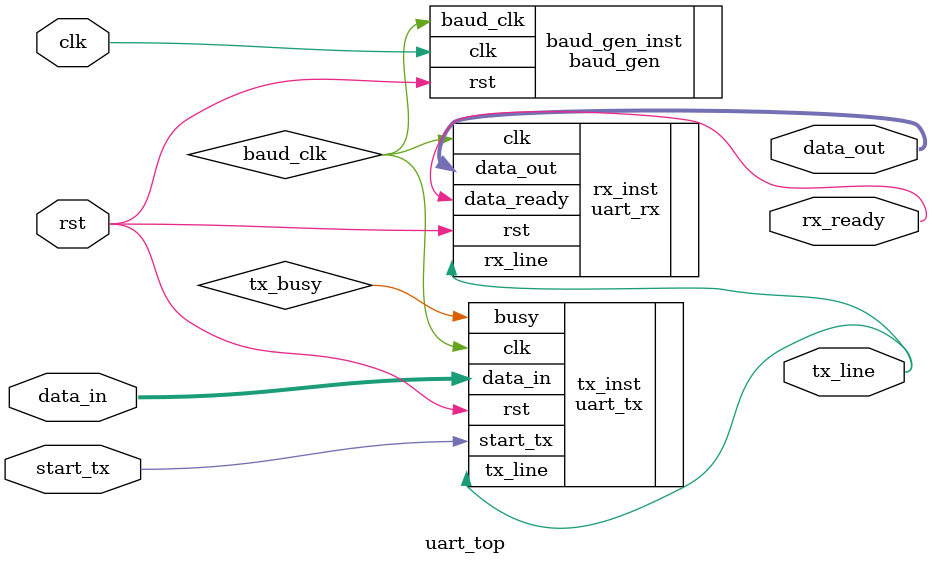
<source format=v>
module uart_top(
    input  wire clk,
    input  wire rst,
    input  wire start_tx,
    input  wire [7:0] data_in,
    output wire tx_line,
    output wire [7:0] data_out,
    output wire rx_ready
);

    wire tx_busy;
    wire baud_clk;

    // Baud rate generator
    baud_gen #(.DIVIDER(16)) baud_gen_inst (
        .clk(clk),
        .rst(rst),
        .baud_clk(baud_clk)
    );

    // UART TX
    uart_tx tx_inst (
        .clk(baud_clk),
        .rst(rst),
        .start_tx(start_tx),
        .data_in(data_in),
        .tx_line(tx_line),
        .busy(tx_busy)
    );

    // UART RX
    uart_rx rx_inst (
        .clk(baud_clk),
        .rst(rst),
        .rx_line(tx_line),
        .data_out(data_out),
        .data_ready(rx_ready)
    );

endmodule

</source>
